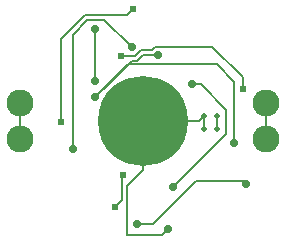
<source format=gtl>
G04 Layer_Physical_Order=1*
G04 Layer_Color=25308*
%FSLAX24Y24*%
%MOIN*%
G70*
G01*
G75*
%ADD10C,0.3000*%
%ADD11C,0.0083*%
%ADD12C,0.0079*%
%ADD13C,0.0900*%
%ADD14C,0.0240*%
%ADD15C,0.0276*%
%ADD16C,0.0197*%
D10*
X23622Y23622D02*
D03*
D11*
X23068Y27163D02*
X23268Y27362D01*
X21674Y27163D02*
X23068D01*
X20866Y26354D02*
X21674Y27163D01*
X20866Y23583D02*
Y26354D01*
X27047Y21535D02*
Y21623D01*
X23930Y20180D02*
X25373Y21623D01*
X27047D01*
X22874Y25787D02*
X22877Y25791D01*
X23344D01*
X23507Y25954D01*
Y25957D01*
X23543Y25993D01*
X23621Y25810D02*
X24111D01*
X23420Y25608D02*
X23621Y25810D01*
X23228Y25608D02*
X23420D01*
X22300Y24680D02*
X23228Y25608D01*
X23543Y25993D02*
X23899D01*
X23996Y26089D01*
X25919D01*
X23120Y25510D02*
X26070D01*
X25919Y26089D02*
X26929Y25079D01*
Y24685D02*
Y25079D01*
X26650Y22900D02*
Y24930D01*
X22020Y24410D02*
X23120Y25510D01*
X22020Y24966D02*
Y26700D01*
X21270Y22670D02*
Y26500D01*
X21750Y26980D01*
X22318D01*
X23228Y26070D01*
X23090Y21451D02*
X23622Y21983D01*
X23090Y19820D02*
Y21451D01*
X24598Y21417D02*
X26370Y23189D01*
Y24000D01*
X25530Y24840D02*
X26370Y24000D01*
X25230Y24840D02*
X25530D01*
X26070Y25510D02*
X26650Y24930D01*
X23425Y20180D02*
X23930D01*
X23622Y21983D02*
Y23622D01*
X23090Y19820D02*
X24242D01*
X24450Y20028D01*
X23622Y23622D02*
X25472D01*
X25650Y23799D01*
X26083Y23366D02*
Y23799D01*
X25650Y23366D02*
Y23799D01*
X27722Y23022D02*
Y24222D01*
X19522Y23022D02*
Y24222D01*
D12*
X22677Y20748D02*
X22909Y20980D01*
Y21768D01*
X22953Y21811D01*
D13*
X19522Y24222D02*
D03*
Y23022D02*
D03*
X27722D02*
D03*
Y24222D02*
D03*
D14*
X23268Y27362D02*
D03*
X20866Y23583D02*
D03*
X22874Y25787D02*
D03*
X26929Y24685D02*
D03*
X22677Y20748D02*
D03*
X22953Y21811D02*
D03*
D15*
X27047Y21535D02*
D03*
X26650Y22900D02*
D03*
X24111Y25810D02*
D03*
X22020Y24966D02*
D03*
Y26700D02*
D03*
X21270Y22670D02*
D03*
X23228Y26070D02*
D03*
X24598Y21417D02*
D03*
X25230Y24840D02*
D03*
X22020Y24410D02*
D03*
X23425Y20180D02*
D03*
X24450Y20028D02*
D03*
D16*
X25650Y23366D02*
D03*
X26083D02*
D03*
X25650Y23799D02*
D03*
X26083D02*
D03*
M02*

</source>
